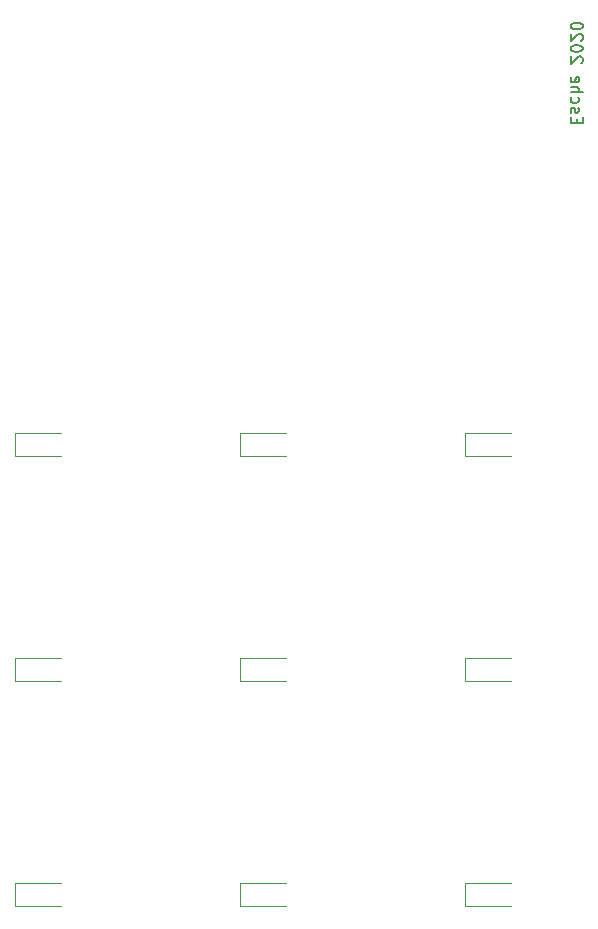
<source format=gbr>
%TF.GenerationSoftware,KiCad,Pcbnew,(5.1.6)-1*%
%TF.CreationDate,2020-08-31T14:33:41-05:00*%
%TF.ProjectId,totoro-pcb-macropad,746f746f-726f-42d7-9063-622d6d616372,rev?*%
%TF.SameCoordinates,Original*%
%TF.FileFunction,Legend,Bot*%
%TF.FilePolarity,Positive*%
%FSLAX46Y46*%
G04 Gerber Fmt 4.6, Leading zero omitted, Abs format (unit mm)*
G04 Created by KiCad (PCBNEW (5.1.6)-1) date 2020-08-31 14:33:41*
%MOMM*%
%LPD*%
G01*
G04 APERTURE LIST*
%ADD10C,0.150000*%
%ADD11C,0.120000*%
G04 APERTURE END LIST*
D10*
X219959228Y-38936085D02*
X219959228Y-38602752D01*
X219435419Y-38459895D02*
X219435419Y-38936085D01*
X220435419Y-38936085D01*
X220435419Y-38459895D01*
X219483038Y-38078942D02*
X219435419Y-37983704D01*
X219435419Y-37793228D01*
X219483038Y-37697990D01*
X219578276Y-37650371D01*
X219625895Y-37650371D01*
X219721133Y-37697990D01*
X219768752Y-37793228D01*
X219768752Y-37936085D01*
X219816371Y-38031323D01*
X219911609Y-38078942D01*
X219959228Y-38078942D01*
X220054466Y-38031323D01*
X220102085Y-37936085D01*
X220102085Y-37793228D01*
X220054466Y-37697990D01*
X219483038Y-36793228D02*
X219435419Y-36888466D01*
X219435419Y-37078942D01*
X219483038Y-37174180D01*
X219530657Y-37221800D01*
X219625895Y-37269419D01*
X219911609Y-37269419D01*
X220006847Y-37221800D01*
X220054466Y-37174180D01*
X220102085Y-37078942D01*
X220102085Y-36888466D01*
X220054466Y-36793228D01*
X219435419Y-36364657D02*
X220435419Y-36364657D01*
X219435419Y-35936085D02*
X219959228Y-35936085D01*
X220054466Y-35983704D01*
X220102085Y-36078942D01*
X220102085Y-36221800D01*
X220054466Y-36317038D01*
X220006847Y-36364657D01*
X219483038Y-35078942D02*
X219435419Y-35174180D01*
X219435419Y-35364657D01*
X219483038Y-35459895D01*
X219578276Y-35507514D01*
X219959228Y-35507514D01*
X220054466Y-35459895D01*
X220102085Y-35364657D01*
X220102085Y-35174180D01*
X220054466Y-35078942D01*
X219959228Y-35031323D01*
X219863990Y-35031323D01*
X219768752Y-35507514D01*
X220340180Y-33888466D02*
X220387800Y-33840847D01*
X220435419Y-33745609D01*
X220435419Y-33507514D01*
X220387800Y-33412276D01*
X220340180Y-33364657D01*
X220244942Y-33317038D01*
X220149704Y-33317038D01*
X220006847Y-33364657D01*
X219435419Y-33936085D01*
X219435419Y-33317038D01*
X220435419Y-32697990D02*
X220435419Y-32602752D01*
X220387800Y-32507514D01*
X220340180Y-32459895D01*
X220244942Y-32412276D01*
X220054466Y-32364657D01*
X219816371Y-32364657D01*
X219625895Y-32412276D01*
X219530657Y-32459895D01*
X219483038Y-32507514D01*
X219435419Y-32602752D01*
X219435419Y-32697990D01*
X219483038Y-32793228D01*
X219530657Y-32840847D01*
X219625895Y-32888466D01*
X219816371Y-32936085D01*
X220054466Y-32936085D01*
X220244942Y-32888466D01*
X220340180Y-32840847D01*
X220387800Y-32793228D01*
X220435419Y-32697990D01*
X220340180Y-31983704D02*
X220387800Y-31936085D01*
X220435419Y-31840847D01*
X220435419Y-31602752D01*
X220387800Y-31507514D01*
X220340180Y-31459895D01*
X220244942Y-31412276D01*
X220149704Y-31412276D01*
X220006847Y-31459895D01*
X219435419Y-32031323D01*
X219435419Y-31412276D01*
X220435419Y-30793228D02*
X220435419Y-30697990D01*
X220387800Y-30602752D01*
X220340180Y-30555133D01*
X220244942Y-30507514D01*
X220054466Y-30459895D01*
X219816371Y-30459895D01*
X219625895Y-30507514D01*
X219530657Y-30555133D01*
X219483038Y-30602752D01*
X219435419Y-30697990D01*
X219435419Y-30793228D01*
X219483038Y-30888466D01*
X219530657Y-30936085D01*
X219625895Y-30983704D01*
X219816371Y-31031323D01*
X220054466Y-31031323D01*
X220244942Y-30983704D01*
X220340180Y-30936085D01*
X220387800Y-30888466D01*
X220435419Y-30793228D01*
D11*
%TO.C, *%
X210475000Y-105267000D02*
X210475000Y-103267000D01*
X210475000Y-103267000D02*
X214375000Y-103267000D01*
X210475000Y-105267000D02*
X214375000Y-105267000D01*
X191425000Y-105267000D02*
X191425000Y-103267000D01*
X191425000Y-103267000D02*
X195325000Y-103267000D01*
X191425000Y-105267000D02*
X195325000Y-105267000D01*
X172375000Y-105267000D02*
X172375000Y-103267000D01*
X172375000Y-103267000D02*
X176275000Y-103267000D01*
X172375000Y-105267000D02*
X176275000Y-105267000D01*
X210475000Y-86217000D02*
X210475000Y-84217000D01*
X210475000Y-84217000D02*
X214375000Y-84217000D01*
X210475000Y-86217000D02*
X214375000Y-86217000D01*
X191425000Y-86217000D02*
X191425000Y-84217000D01*
X191425000Y-84217000D02*
X195325000Y-84217000D01*
X191425000Y-86217000D02*
X195325000Y-86217000D01*
X172375000Y-86217000D02*
X172375000Y-84217000D01*
X172375000Y-84217000D02*
X176275000Y-84217000D01*
X172375000Y-86217000D02*
X176275000Y-86217000D01*
X210475000Y-67167000D02*
X210475000Y-65167000D01*
X210475000Y-65167000D02*
X214375000Y-65167000D01*
X210475000Y-67167000D02*
X214375000Y-67167000D01*
X191425000Y-67167000D02*
X191425000Y-65167000D01*
X191425000Y-65167000D02*
X195325000Y-65167000D01*
X191425000Y-67167000D02*
X195325000Y-67167000D01*
X172375000Y-67167000D02*
X172375000Y-65167000D01*
X172375000Y-65167000D02*
X176275000Y-65167000D01*
X172375000Y-67167000D02*
X176275000Y-67167000D01*
D10*
%TD*%
M02*

</source>
